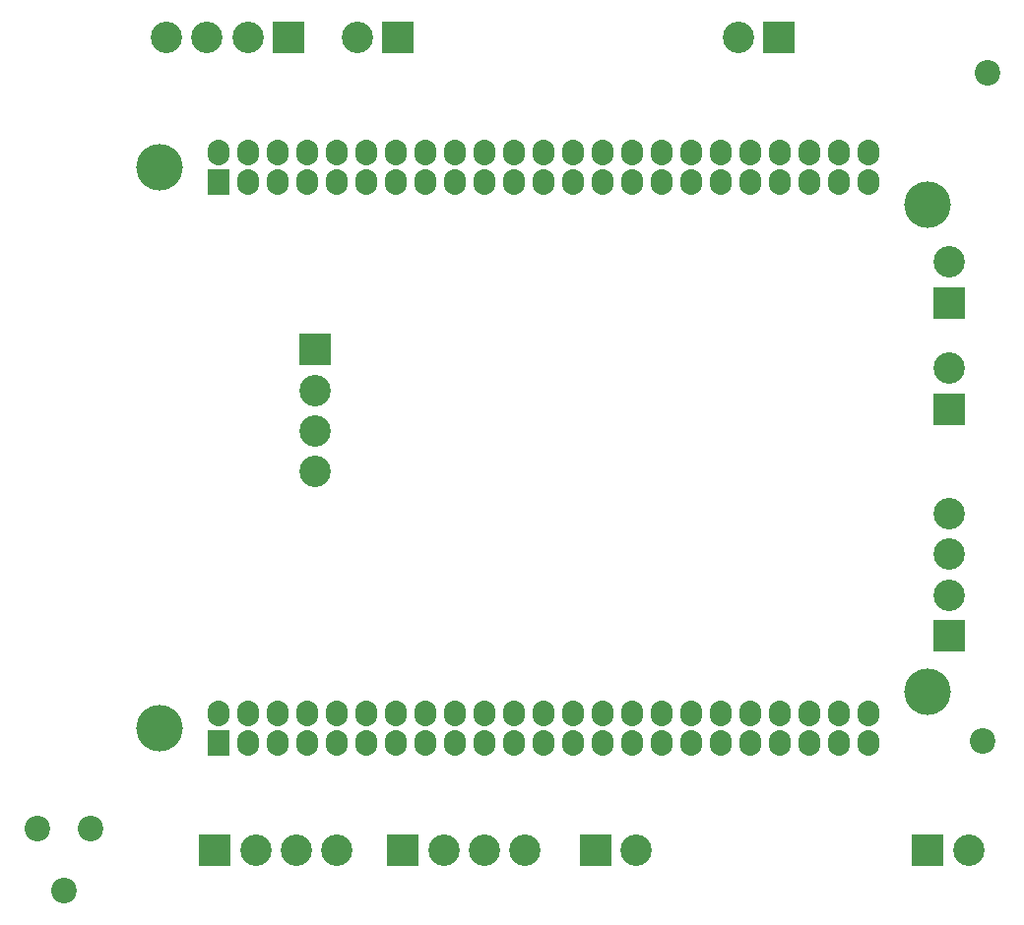
<source format=gbs>
G04 DipTrace 3.3.1.3*
G04 Powerboardv03.1.gbs*
%MOMM*%
G04 #@! TF.FileFunction,Soldermask,Bot*
G04 #@! TF.Part,Single*
%ADD53C,4.0*%
%ADD77C,2.20015*%
%ADD79R,1.90015X2.20015*%
%ADD81O,1.90015X2.20015*%
%ADD83R,2.70015X2.70015*%
%ADD85C,2.70015*%
%FSLAX35Y35*%
G04*
G71*
G90*
G75*
G01*
G04 BotMask*
%LPD*%
D85*
X1527500Y-1050000D3*
X1177500D3*
X827500D3*
D83*
X477500D3*
D85*
X60000Y5950000D3*
X410000D3*
X760000D3*
D83*
X1110000D3*
D85*
X1700000D3*
D83*
X2050000D3*
D81*
X508000Y4953000D3*
X762000D3*
X1016000D3*
X1270000D3*
X1524000D3*
X1778000D3*
X2032000D3*
X2286000D3*
X2540000D3*
X2794000D3*
X3048000D3*
X3302000D3*
X3556000D3*
X3810000D3*
X4064000D3*
X4318000D3*
X4572000D3*
X4826000D3*
X5080000D3*
X5334000D3*
X5588000D3*
X5842000D3*
X6096000D3*
Y4699000D3*
X5842000D3*
X5588000D3*
X5334000D3*
X5080000D3*
X4826000D3*
X4572000D3*
X4318000D3*
X4064000D3*
X3810000D3*
X3556000D3*
X3302000D3*
X3048000D3*
X2794000D3*
X2540000D3*
X2286000D3*
X2032000D3*
X1778000D3*
X1524000D3*
X1270000D3*
X1016000D3*
X762000D3*
D79*
X508000D3*
D81*
Y127000D3*
X762000D3*
X1016000D3*
X1270000D3*
X1524000D3*
X1778000D3*
X2032000D3*
X2286000D3*
X2540000D3*
X2794000D3*
X3048000D3*
X3302000D3*
X3556000D3*
X3810000D3*
X4064000D3*
X4318000D3*
X4572000D3*
X4826000D3*
X5080000D3*
X5334000D3*
X5588000D3*
X5842000D3*
X6096000D3*
Y-127000D3*
X5842000D3*
X5588000D3*
X5334000D3*
X5080000D3*
X4826000D3*
X4572000D3*
X4318000D3*
X4064000D3*
X3810000D3*
X3556000D3*
X3302000D3*
X3048000D3*
X2794000D3*
X2540000D3*
X2286000D3*
X2032000D3*
X1778000D3*
X1524000D3*
X1270000D3*
X1016000D3*
X762000D3*
D79*
X508000D3*
D77*
X-820000Y-1390000D3*
X-590000Y-860000D3*
X-1050000D3*
D85*
X3145000Y-1050000D3*
X2795000D3*
X2445000D3*
D83*
X2095000D3*
D77*
X7080000Y-110000D3*
D85*
X4980000Y5950000D3*
D83*
X5330000D3*
D85*
X6960000Y-1050000D3*
D83*
X6610000D3*
D85*
X4100000D3*
D83*
X3750000D3*
D85*
X6790000Y1850000D3*
Y1500000D3*
Y1150000D3*
D83*
Y800000D3*
D85*
Y3100000D3*
D83*
Y2750000D3*
D85*
X6792500Y4015000D3*
D83*
Y3665000D3*
D77*
X7120000Y5640000D3*
D85*
X1340000Y2210000D3*
Y2560000D3*
Y2910000D3*
D83*
Y3260000D3*
D53*
X0Y4826000D3*
X6604000Y4508500D3*
Y317500D3*
X0Y0D3*
M02*

</source>
